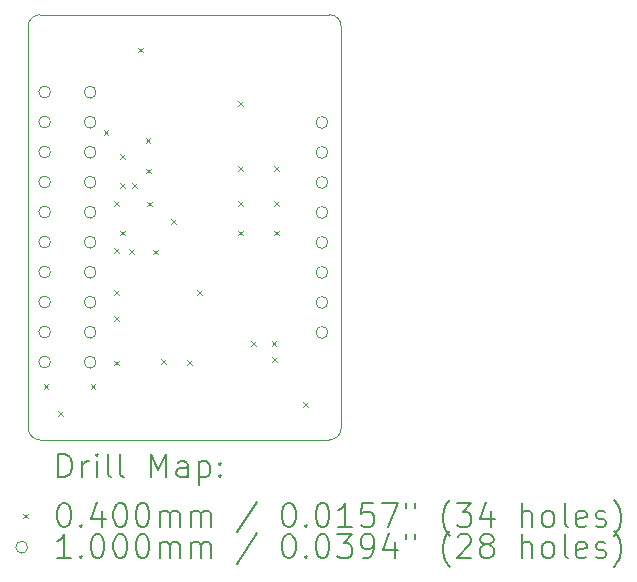
<source format=gbr>
%TF.GenerationSoftware,KiCad,Pcbnew,8.0.3*%
%TF.CreationDate,2024-07-18T13:22:45+02:00*%
%TF.ProjectId,vpp-maker-rev6-ian,7670702d-6d61-46b6-9572-2d726576362d,rev?*%
%TF.SameCoordinates,Original*%
%TF.FileFunction,Drillmap*%
%TF.FilePolarity,Positive*%
%FSLAX45Y45*%
G04 Gerber Fmt 4.5, Leading zero omitted, Abs format (unit mm)*
G04 Created by KiCad (PCBNEW 8.0.3) date 2024-07-18 13:22:45*
%MOMM*%
%LPD*%
G01*
G04 APERTURE LIST*
%ADD10C,0.100000*%
%ADD11C,0.200000*%
G04 APERTURE END LIST*
D10*
X13800000Y-6900000D02*
X16250000Y-6900000D01*
X13800000Y-10500000D02*
X16250000Y-10500000D01*
X16350000Y-10400000D02*
X16350000Y-7000000D01*
X13700000Y-7000000D02*
X13700000Y-10400000D01*
X16350000Y-10400000D02*
G75*
G02*
X16250000Y-10500000I-100000J0D01*
G01*
X16250000Y-6900000D02*
G75*
G02*
X16350000Y-7000000I0J-100000D01*
G01*
X13800000Y-10500000D02*
G75*
G02*
X13700000Y-10400000I0J100000D01*
G01*
X13700000Y-7000000D02*
G75*
G02*
X13800000Y-6900000I100000J0D01*
G01*
D11*
D10*
X13830000Y-10030000D02*
X13870000Y-10070000D01*
X13870000Y-10030000D02*
X13830000Y-10070000D01*
X13955000Y-10255000D02*
X13995000Y-10295000D01*
X13995000Y-10255000D02*
X13955000Y-10295000D01*
X14230000Y-10030000D02*
X14270000Y-10070000D01*
X14270000Y-10030000D02*
X14230000Y-10070000D01*
X14338980Y-7877007D02*
X14378980Y-7917007D01*
X14378980Y-7877007D02*
X14338980Y-7917007D01*
X14430000Y-8480000D02*
X14470000Y-8520000D01*
X14470000Y-8480000D02*
X14430000Y-8520000D01*
X14430000Y-8880000D02*
X14470000Y-8920000D01*
X14470000Y-8880000D02*
X14430000Y-8920000D01*
X14430000Y-9230000D02*
X14470000Y-9270000D01*
X14470000Y-9230000D02*
X14430000Y-9270000D01*
X14430000Y-9455000D02*
X14470000Y-9495000D01*
X14470000Y-9455000D02*
X14430000Y-9495000D01*
X14430000Y-9830000D02*
X14470000Y-9870000D01*
X14470000Y-9830000D02*
X14430000Y-9870000D01*
X14480000Y-8080000D02*
X14520000Y-8120000D01*
X14520000Y-8080000D02*
X14480000Y-8120000D01*
X14480000Y-8330000D02*
X14520000Y-8370000D01*
X14520000Y-8330000D02*
X14480000Y-8370000D01*
X14480000Y-8730000D02*
X14520000Y-8770000D01*
X14520000Y-8730000D02*
X14480000Y-8770000D01*
X14557915Y-8888823D02*
X14597915Y-8928823D01*
X14597915Y-8888823D02*
X14557915Y-8928823D01*
X14580000Y-8330000D02*
X14620000Y-8370000D01*
X14620000Y-8330000D02*
X14580000Y-8370000D01*
X14630000Y-7180000D02*
X14670000Y-7220000D01*
X14670000Y-7180000D02*
X14630000Y-7220000D01*
X14694928Y-7944362D02*
X14734928Y-7984362D01*
X14734928Y-7944362D02*
X14694928Y-7984362D01*
X14701103Y-8203428D02*
X14741103Y-8243428D01*
X14741103Y-8203428D02*
X14701103Y-8243428D01*
X14705774Y-8484139D02*
X14745774Y-8524139D01*
X14745774Y-8484139D02*
X14705774Y-8524139D01*
X14760288Y-8890732D02*
X14800288Y-8930732D01*
X14800288Y-8890732D02*
X14760288Y-8930732D01*
X14828800Y-9817809D02*
X14868800Y-9857809D01*
X14868800Y-9817809D02*
X14828800Y-9857809D01*
X14910000Y-8630000D02*
X14950000Y-8670000D01*
X14950000Y-8630000D02*
X14910000Y-8670000D01*
X15045273Y-9822725D02*
X15085273Y-9862725D01*
X15085273Y-9822725D02*
X15045273Y-9862725D01*
X15130000Y-9230000D02*
X15170000Y-9270000D01*
X15170000Y-9230000D02*
X15130000Y-9270000D01*
X15480000Y-7630000D02*
X15520000Y-7670000D01*
X15520000Y-7630000D02*
X15480000Y-7670000D01*
X15480000Y-8180000D02*
X15520000Y-8220000D01*
X15520000Y-8180000D02*
X15480000Y-8220000D01*
X15480000Y-8480000D02*
X15520000Y-8520000D01*
X15520000Y-8480000D02*
X15480000Y-8520000D01*
X15480000Y-8730000D02*
X15520000Y-8770000D01*
X15520000Y-8730000D02*
X15480000Y-8770000D01*
X15584835Y-9663165D02*
X15624835Y-9703165D01*
X15624835Y-9663165D02*
X15584835Y-9703165D01*
X15760956Y-9667461D02*
X15800956Y-9707461D01*
X15800956Y-9667461D02*
X15760956Y-9707461D01*
X15765252Y-9800626D02*
X15805252Y-9840626D01*
X15805252Y-9800626D02*
X15765252Y-9840626D01*
X15780000Y-8180000D02*
X15820000Y-8220000D01*
X15820000Y-8180000D02*
X15780000Y-8220000D01*
X15780000Y-8480000D02*
X15820000Y-8520000D01*
X15820000Y-8480000D02*
X15780000Y-8520000D01*
X15780000Y-8730000D02*
X15820000Y-8770000D01*
X15820000Y-8730000D02*
X15780000Y-8770000D01*
X16030000Y-10180000D02*
X16070000Y-10220000D01*
X16070000Y-10180000D02*
X16030000Y-10220000D01*
X13890000Y-7555000D02*
G75*
G02*
X13790000Y-7555000I-50000J0D01*
G01*
X13790000Y-7555000D02*
G75*
G02*
X13890000Y-7555000I50000J0D01*
G01*
X13890000Y-7809000D02*
G75*
G02*
X13790000Y-7809000I-50000J0D01*
G01*
X13790000Y-7809000D02*
G75*
G02*
X13890000Y-7809000I50000J0D01*
G01*
X13890000Y-8063000D02*
G75*
G02*
X13790000Y-8063000I-50000J0D01*
G01*
X13790000Y-8063000D02*
G75*
G02*
X13890000Y-8063000I50000J0D01*
G01*
X13890000Y-8317000D02*
G75*
G02*
X13790000Y-8317000I-50000J0D01*
G01*
X13790000Y-8317000D02*
G75*
G02*
X13890000Y-8317000I50000J0D01*
G01*
X13890000Y-8571000D02*
G75*
G02*
X13790000Y-8571000I-50000J0D01*
G01*
X13790000Y-8571000D02*
G75*
G02*
X13890000Y-8571000I50000J0D01*
G01*
X13890000Y-8825000D02*
G75*
G02*
X13790000Y-8825000I-50000J0D01*
G01*
X13790000Y-8825000D02*
G75*
G02*
X13890000Y-8825000I50000J0D01*
G01*
X13890000Y-9079000D02*
G75*
G02*
X13790000Y-9079000I-50000J0D01*
G01*
X13790000Y-9079000D02*
G75*
G02*
X13890000Y-9079000I50000J0D01*
G01*
X13890000Y-9333000D02*
G75*
G02*
X13790000Y-9333000I-50000J0D01*
G01*
X13790000Y-9333000D02*
G75*
G02*
X13890000Y-9333000I50000J0D01*
G01*
X13890000Y-9587000D02*
G75*
G02*
X13790000Y-9587000I-50000J0D01*
G01*
X13790000Y-9587000D02*
G75*
G02*
X13890000Y-9587000I50000J0D01*
G01*
X13890000Y-9841000D02*
G75*
G02*
X13790000Y-9841000I-50000J0D01*
G01*
X13790000Y-9841000D02*
G75*
G02*
X13890000Y-9841000I50000J0D01*
G01*
X14275000Y-7557500D02*
G75*
G02*
X14175000Y-7557500I-50000J0D01*
G01*
X14175000Y-7557500D02*
G75*
G02*
X14275000Y-7557500I50000J0D01*
G01*
X14275000Y-7811500D02*
G75*
G02*
X14175000Y-7811500I-50000J0D01*
G01*
X14175000Y-7811500D02*
G75*
G02*
X14275000Y-7811500I50000J0D01*
G01*
X14275000Y-8065500D02*
G75*
G02*
X14175000Y-8065500I-50000J0D01*
G01*
X14175000Y-8065500D02*
G75*
G02*
X14275000Y-8065500I50000J0D01*
G01*
X14275000Y-8319500D02*
G75*
G02*
X14175000Y-8319500I-50000J0D01*
G01*
X14175000Y-8319500D02*
G75*
G02*
X14275000Y-8319500I50000J0D01*
G01*
X14275000Y-8573500D02*
G75*
G02*
X14175000Y-8573500I-50000J0D01*
G01*
X14175000Y-8573500D02*
G75*
G02*
X14275000Y-8573500I50000J0D01*
G01*
X14275000Y-8827500D02*
G75*
G02*
X14175000Y-8827500I-50000J0D01*
G01*
X14175000Y-8827500D02*
G75*
G02*
X14275000Y-8827500I50000J0D01*
G01*
X14275000Y-9081500D02*
G75*
G02*
X14175000Y-9081500I-50000J0D01*
G01*
X14175000Y-9081500D02*
G75*
G02*
X14275000Y-9081500I50000J0D01*
G01*
X14275000Y-9335500D02*
G75*
G02*
X14175000Y-9335500I-50000J0D01*
G01*
X14175000Y-9335500D02*
G75*
G02*
X14275000Y-9335500I50000J0D01*
G01*
X14275000Y-9589500D02*
G75*
G02*
X14175000Y-9589500I-50000J0D01*
G01*
X14175000Y-9589500D02*
G75*
G02*
X14275000Y-9589500I50000J0D01*
G01*
X14275000Y-9843500D02*
G75*
G02*
X14175000Y-9843500I-50000J0D01*
G01*
X14175000Y-9843500D02*
G75*
G02*
X14275000Y-9843500I50000J0D01*
G01*
X16237500Y-7812500D02*
G75*
G02*
X16137500Y-7812500I-50000J0D01*
G01*
X16137500Y-7812500D02*
G75*
G02*
X16237500Y-7812500I50000J0D01*
G01*
X16237500Y-8066500D02*
G75*
G02*
X16137500Y-8066500I-50000J0D01*
G01*
X16137500Y-8066500D02*
G75*
G02*
X16237500Y-8066500I50000J0D01*
G01*
X16237500Y-8320500D02*
G75*
G02*
X16137500Y-8320500I-50000J0D01*
G01*
X16137500Y-8320500D02*
G75*
G02*
X16237500Y-8320500I50000J0D01*
G01*
X16237500Y-8574500D02*
G75*
G02*
X16137500Y-8574500I-50000J0D01*
G01*
X16137500Y-8574500D02*
G75*
G02*
X16237500Y-8574500I50000J0D01*
G01*
X16237500Y-8828500D02*
G75*
G02*
X16137500Y-8828500I-50000J0D01*
G01*
X16137500Y-8828500D02*
G75*
G02*
X16237500Y-8828500I50000J0D01*
G01*
X16237500Y-9082500D02*
G75*
G02*
X16137500Y-9082500I-50000J0D01*
G01*
X16137500Y-9082500D02*
G75*
G02*
X16237500Y-9082500I50000J0D01*
G01*
X16237500Y-9336500D02*
G75*
G02*
X16137500Y-9336500I-50000J0D01*
G01*
X16137500Y-9336500D02*
G75*
G02*
X16237500Y-9336500I50000J0D01*
G01*
X16237500Y-9590500D02*
G75*
G02*
X16137500Y-9590500I-50000J0D01*
G01*
X16137500Y-9590500D02*
G75*
G02*
X16237500Y-9590500I50000J0D01*
G01*
D11*
X13955777Y-10816484D02*
X13955777Y-10616484D01*
X13955777Y-10616484D02*
X14003396Y-10616484D01*
X14003396Y-10616484D02*
X14031967Y-10626008D01*
X14031967Y-10626008D02*
X14051015Y-10645055D01*
X14051015Y-10645055D02*
X14060539Y-10664103D01*
X14060539Y-10664103D02*
X14070062Y-10702198D01*
X14070062Y-10702198D02*
X14070062Y-10730770D01*
X14070062Y-10730770D02*
X14060539Y-10768865D01*
X14060539Y-10768865D02*
X14051015Y-10787912D01*
X14051015Y-10787912D02*
X14031967Y-10806960D01*
X14031967Y-10806960D02*
X14003396Y-10816484D01*
X14003396Y-10816484D02*
X13955777Y-10816484D01*
X14155777Y-10816484D02*
X14155777Y-10683150D01*
X14155777Y-10721246D02*
X14165301Y-10702198D01*
X14165301Y-10702198D02*
X14174824Y-10692674D01*
X14174824Y-10692674D02*
X14193872Y-10683150D01*
X14193872Y-10683150D02*
X14212920Y-10683150D01*
X14279586Y-10816484D02*
X14279586Y-10683150D01*
X14279586Y-10616484D02*
X14270062Y-10626008D01*
X14270062Y-10626008D02*
X14279586Y-10635531D01*
X14279586Y-10635531D02*
X14289110Y-10626008D01*
X14289110Y-10626008D02*
X14279586Y-10616484D01*
X14279586Y-10616484D02*
X14279586Y-10635531D01*
X14403396Y-10816484D02*
X14384348Y-10806960D01*
X14384348Y-10806960D02*
X14374824Y-10787912D01*
X14374824Y-10787912D02*
X14374824Y-10616484D01*
X14508158Y-10816484D02*
X14489110Y-10806960D01*
X14489110Y-10806960D02*
X14479586Y-10787912D01*
X14479586Y-10787912D02*
X14479586Y-10616484D01*
X14736729Y-10816484D02*
X14736729Y-10616484D01*
X14736729Y-10616484D02*
X14803396Y-10759341D01*
X14803396Y-10759341D02*
X14870062Y-10616484D01*
X14870062Y-10616484D02*
X14870062Y-10816484D01*
X15051015Y-10816484D02*
X15051015Y-10711722D01*
X15051015Y-10711722D02*
X15041491Y-10692674D01*
X15041491Y-10692674D02*
X15022443Y-10683150D01*
X15022443Y-10683150D02*
X14984348Y-10683150D01*
X14984348Y-10683150D02*
X14965301Y-10692674D01*
X15051015Y-10806960D02*
X15031967Y-10816484D01*
X15031967Y-10816484D02*
X14984348Y-10816484D01*
X14984348Y-10816484D02*
X14965301Y-10806960D01*
X14965301Y-10806960D02*
X14955777Y-10787912D01*
X14955777Y-10787912D02*
X14955777Y-10768865D01*
X14955777Y-10768865D02*
X14965301Y-10749817D01*
X14965301Y-10749817D02*
X14984348Y-10740293D01*
X14984348Y-10740293D02*
X15031967Y-10740293D01*
X15031967Y-10740293D02*
X15051015Y-10730770D01*
X15146253Y-10683150D02*
X15146253Y-10883150D01*
X15146253Y-10692674D02*
X15165301Y-10683150D01*
X15165301Y-10683150D02*
X15203396Y-10683150D01*
X15203396Y-10683150D02*
X15222443Y-10692674D01*
X15222443Y-10692674D02*
X15231967Y-10702198D01*
X15231967Y-10702198D02*
X15241491Y-10721246D01*
X15241491Y-10721246D02*
X15241491Y-10778389D01*
X15241491Y-10778389D02*
X15231967Y-10797436D01*
X15231967Y-10797436D02*
X15222443Y-10806960D01*
X15222443Y-10806960D02*
X15203396Y-10816484D01*
X15203396Y-10816484D02*
X15165301Y-10816484D01*
X15165301Y-10816484D02*
X15146253Y-10806960D01*
X15327205Y-10797436D02*
X15336729Y-10806960D01*
X15336729Y-10806960D02*
X15327205Y-10816484D01*
X15327205Y-10816484D02*
X15317682Y-10806960D01*
X15317682Y-10806960D02*
X15327205Y-10797436D01*
X15327205Y-10797436D02*
X15327205Y-10816484D01*
X15327205Y-10692674D02*
X15336729Y-10702198D01*
X15336729Y-10702198D02*
X15327205Y-10711722D01*
X15327205Y-10711722D02*
X15317682Y-10702198D01*
X15317682Y-10702198D02*
X15327205Y-10692674D01*
X15327205Y-10692674D02*
X15327205Y-10711722D01*
D10*
X13655000Y-11125000D02*
X13695000Y-11165000D01*
X13695000Y-11125000D02*
X13655000Y-11165000D01*
D11*
X13993872Y-11036484D02*
X14012920Y-11036484D01*
X14012920Y-11036484D02*
X14031967Y-11046008D01*
X14031967Y-11046008D02*
X14041491Y-11055531D01*
X14041491Y-11055531D02*
X14051015Y-11074579D01*
X14051015Y-11074579D02*
X14060539Y-11112674D01*
X14060539Y-11112674D02*
X14060539Y-11160293D01*
X14060539Y-11160293D02*
X14051015Y-11198388D01*
X14051015Y-11198388D02*
X14041491Y-11217436D01*
X14041491Y-11217436D02*
X14031967Y-11226960D01*
X14031967Y-11226960D02*
X14012920Y-11236484D01*
X14012920Y-11236484D02*
X13993872Y-11236484D01*
X13993872Y-11236484D02*
X13974824Y-11226960D01*
X13974824Y-11226960D02*
X13965301Y-11217436D01*
X13965301Y-11217436D02*
X13955777Y-11198388D01*
X13955777Y-11198388D02*
X13946253Y-11160293D01*
X13946253Y-11160293D02*
X13946253Y-11112674D01*
X13946253Y-11112674D02*
X13955777Y-11074579D01*
X13955777Y-11074579D02*
X13965301Y-11055531D01*
X13965301Y-11055531D02*
X13974824Y-11046008D01*
X13974824Y-11046008D02*
X13993872Y-11036484D01*
X14146253Y-11217436D02*
X14155777Y-11226960D01*
X14155777Y-11226960D02*
X14146253Y-11236484D01*
X14146253Y-11236484D02*
X14136729Y-11226960D01*
X14136729Y-11226960D02*
X14146253Y-11217436D01*
X14146253Y-11217436D02*
X14146253Y-11236484D01*
X14327205Y-11103150D02*
X14327205Y-11236484D01*
X14279586Y-11026960D02*
X14231967Y-11169817D01*
X14231967Y-11169817D02*
X14355777Y-11169817D01*
X14470062Y-11036484D02*
X14489110Y-11036484D01*
X14489110Y-11036484D02*
X14508158Y-11046008D01*
X14508158Y-11046008D02*
X14517682Y-11055531D01*
X14517682Y-11055531D02*
X14527205Y-11074579D01*
X14527205Y-11074579D02*
X14536729Y-11112674D01*
X14536729Y-11112674D02*
X14536729Y-11160293D01*
X14536729Y-11160293D02*
X14527205Y-11198388D01*
X14527205Y-11198388D02*
X14517682Y-11217436D01*
X14517682Y-11217436D02*
X14508158Y-11226960D01*
X14508158Y-11226960D02*
X14489110Y-11236484D01*
X14489110Y-11236484D02*
X14470062Y-11236484D01*
X14470062Y-11236484D02*
X14451015Y-11226960D01*
X14451015Y-11226960D02*
X14441491Y-11217436D01*
X14441491Y-11217436D02*
X14431967Y-11198388D01*
X14431967Y-11198388D02*
X14422443Y-11160293D01*
X14422443Y-11160293D02*
X14422443Y-11112674D01*
X14422443Y-11112674D02*
X14431967Y-11074579D01*
X14431967Y-11074579D02*
X14441491Y-11055531D01*
X14441491Y-11055531D02*
X14451015Y-11046008D01*
X14451015Y-11046008D02*
X14470062Y-11036484D01*
X14660539Y-11036484D02*
X14679586Y-11036484D01*
X14679586Y-11036484D02*
X14698634Y-11046008D01*
X14698634Y-11046008D02*
X14708158Y-11055531D01*
X14708158Y-11055531D02*
X14717682Y-11074579D01*
X14717682Y-11074579D02*
X14727205Y-11112674D01*
X14727205Y-11112674D02*
X14727205Y-11160293D01*
X14727205Y-11160293D02*
X14717682Y-11198388D01*
X14717682Y-11198388D02*
X14708158Y-11217436D01*
X14708158Y-11217436D02*
X14698634Y-11226960D01*
X14698634Y-11226960D02*
X14679586Y-11236484D01*
X14679586Y-11236484D02*
X14660539Y-11236484D01*
X14660539Y-11236484D02*
X14641491Y-11226960D01*
X14641491Y-11226960D02*
X14631967Y-11217436D01*
X14631967Y-11217436D02*
X14622443Y-11198388D01*
X14622443Y-11198388D02*
X14612920Y-11160293D01*
X14612920Y-11160293D02*
X14612920Y-11112674D01*
X14612920Y-11112674D02*
X14622443Y-11074579D01*
X14622443Y-11074579D02*
X14631967Y-11055531D01*
X14631967Y-11055531D02*
X14641491Y-11046008D01*
X14641491Y-11046008D02*
X14660539Y-11036484D01*
X14812920Y-11236484D02*
X14812920Y-11103150D01*
X14812920Y-11122198D02*
X14822443Y-11112674D01*
X14822443Y-11112674D02*
X14841491Y-11103150D01*
X14841491Y-11103150D02*
X14870063Y-11103150D01*
X14870063Y-11103150D02*
X14889110Y-11112674D01*
X14889110Y-11112674D02*
X14898634Y-11131722D01*
X14898634Y-11131722D02*
X14898634Y-11236484D01*
X14898634Y-11131722D02*
X14908158Y-11112674D01*
X14908158Y-11112674D02*
X14927205Y-11103150D01*
X14927205Y-11103150D02*
X14955777Y-11103150D01*
X14955777Y-11103150D02*
X14974824Y-11112674D01*
X14974824Y-11112674D02*
X14984348Y-11131722D01*
X14984348Y-11131722D02*
X14984348Y-11236484D01*
X15079586Y-11236484D02*
X15079586Y-11103150D01*
X15079586Y-11122198D02*
X15089110Y-11112674D01*
X15089110Y-11112674D02*
X15108158Y-11103150D01*
X15108158Y-11103150D02*
X15136729Y-11103150D01*
X15136729Y-11103150D02*
X15155777Y-11112674D01*
X15155777Y-11112674D02*
X15165301Y-11131722D01*
X15165301Y-11131722D02*
X15165301Y-11236484D01*
X15165301Y-11131722D02*
X15174824Y-11112674D01*
X15174824Y-11112674D02*
X15193872Y-11103150D01*
X15193872Y-11103150D02*
X15222443Y-11103150D01*
X15222443Y-11103150D02*
X15241491Y-11112674D01*
X15241491Y-11112674D02*
X15251015Y-11131722D01*
X15251015Y-11131722D02*
X15251015Y-11236484D01*
X15641491Y-11026960D02*
X15470063Y-11284103D01*
X15898634Y-11036484D02*
X15917682Y-11036484D01*
X15917682Y-11036484D02*
X15936729Y-11046008D01*
X15936729Y-11046008D02*
X15946253Y-11055531D01*
X15946253Y-11055531D02*
X15955777Y-11074579D01*
X15955777Y-11074579D02*
X15965301Y-11112674D01*
X15965301Y-11112674D02*
X15965301Y-11160293D01*
X15965301Y-11160293D02*
X15955777Y-11198388D01*
X15955777Y-11198388D02*
X15946253Y-11217436D01*
X15946253Y-11217436D02*
X15936729Y-11226960D01*
X15936729Y-11226960D02*
X15917682Y-11236484D01*
X15917682Y-11236484D02*
X15898634Y-11236484D01*
X15898634Y-11236484D02*
X15879586Y-11226960D01*
X15879586Y-11226960D02*
X15870063Y-11217436D01*
X15870063Y-11217436D02*
X15860539Y-11198388D01*
X15860539Y-11198388D02*
X15851015Y-11160293D01*
X15851015Y-11160293D02*
X15851015Y-11112674D01*
X15851015Y-11112674D02*
X15860539Y-11074579D01*
X15860539Y-11074579D02*
X15870063Y-11055531D01*
X15870063Y-11055531D02*
X15879586Y-11046008D01*
X15879586Y-11046008D02*
X15898634Y-11036484D01*
X16051015Y-11217436D02*
X16060539Y-11226960D01*
X16060539Y-11226960D02*
X16051015Y-11236484D01*
X16051015Y-11236484D02*
X16041491Y-11226960D01*
X16041491Y-11226960D02*
X16051015Y-11217436D01*
X16051015Y-11217436D02*
X16051015Y-11236484D01*
X16184348Y-11036484D02*
X16203396Y-11036484D01*
X16203396Y-11036484D02*
X16222444Y-11046008D01*
X16222444Y-11046008D02*
X16231967Y-11055531D01*
X16231967Y-11055531D02*
X16241491Y-11074579D01*
X16241491Y-11074579D02*
X16251015Y-11112674D01*
X16251015Y-11112674D02*
X16251015Y-11160293D01*
X16251015Y-11160293D02*
X16241491Y-11198388D01*
X16241491Y-11198388D02*
X16231967Y-11217436D01*
X16231967Y-11217436D02*
X16222444Y-11226960D01*
X16222444Y-11226960D02*
X16203396Y-11236484D01*
X16203396Y-11236484D02*
X16184348Y-11236484D01*
X16184348Y-11236484D02*
X16165301Y-11226960D01*
X16165301Y-11226960D02*
X16155777Y-11217436D01*
X16155777Y-11217436D02*
X16146253Y-11198388D01*
X16146253Y-11198388D02*
X16136729Y-11160293D01*
X16136729Y-11160293D02*
X16136729Y-11112674D01*
X16136729Y-11112674D02*
X16146253Y-11074579D01*
X16146253Y-11074579D02*
X16155777Y-11055531D01*
X16155777Y-11055531D02*
X16165301Y-11046008D01*
X16165301Y-11046008D02*
X16184348Y-11036484D01*
X16441491Y-11236484D02*
X16327206Y-11236484D01*
X16384348Y-11236484D02*
X16384348Y-11036484D01*
X16384348Y-11036484D02*
X16365301Y-11065055D01*
X16365301Y-11065055D02*
X16346253Y-11084103D01*
X16346253Y-11084103D02*
X16327206Y-11093627D01*
X16622444Y-11036484D02*
X16527206Y-11036484D01*
X16527206Y-11036484D02*
X16517682Y-11131722D01*
X16517682Y-11131722D02*
X16527206Y-11122198D01*
X16527206Y-11122198D02*
X16546253Y-11112674D01*
X16546253Y-11112674D02*
X16593872Y-11112674D01*
X16593872Y-11112674D02*
X16612920Y-11122198D01*
X16612920Y-11122198D02*
X16622444Y-11131722D01*
X16622444Y-11131722D02*
X16631967Y-11150770D01*
X16631967Y-11150770D02*
X16631967Y-11198388D01*
X16631967Y-11198388D02*
X16622444Y-11217436D01*
X16622444Y-11217436D02*
X16612920Y-11226960D01*
X16612920Y-11226960D02*
X16593872Y-11236484D01*
X16593872Y-11236484D02*
X16546253Y-11236484D01*
X16546253Y-11236484D02*
X16527206Y-11226960D01*
X16527206Y-11226960D02*
X16517682Y-11217436D01*
X16698634Y-11036484D02*
X16831968Y-11036484D01*
X16831968Y-11036484D02*
X16746253Y-11236484D01*
X16898634Y-11036484D02*
X16898634Y-11074579D01*
X16974825Y-11036484D02*
X16974825Y-11074579D01*
X17270063Y-11312674D02*
X17260539Y-11303150D01*
X17260539Y-11303150D02*
X17241491Y-11274579D01*
X17241491Y-11274579D02*
X17231968Y-11255531D01*
X17231968Y-11255531D02*
X17222444Y-11226960D01*
X17222444Y-11226960D02*
X17212920Y-11179341D01*
X17212920Y-11179341D02*
X17212920Y-11141246D01*
X17212920Y-11141246D02*
X17222444Y-11093627D01*
X17222444Y-11093627D02*
X17231968Y-11065055D01*
X17231968Y-11065055D02*
X17241491Y-11046008D01*
X17241491Y-11046008D02*
X17260539Y-11017436D01*
X17260539Y-11017436D02*
X17270063Y-11007912D01*
X17327206Y-11036484D02*
X17451015Y-11036484D01*
X17451015Y-11036484D02*
X17384349Y-11112674D01*
X17384349Y-11112674D02*
X17412920Y-11112674D01*
X17412920Y-11112674D02*
X17431968Y-11122198D01*
X17431968Y-11122198D02*
X17441491Y-11131722D01*
X17441491Y-11131722D02*
X17451015Y-11150770D01*
X17451015Y-11150770D02*
X17451015Y-11198388D01*
X17451015Y-11198388D02*
X17441491Y-11217436D01*
X17441491Y-11217436D02*
X17431968Y-11226960D01*
X17431968Y-11226960D02*
X17412920Y-11236484D01*
X17412920Y-11236484D02*
X17355777Y-11236484D01*
X17355777Y-11236484D02*
X17336730Y-11226960D01*
X17336730Y-11226960D02*
X17327206Y-11217436D01*
X17622444Y-11103150D02*
X17622444Y-11236484D01*
X17574825Y-11026960D02*
X17527206Y-11169817D01*
X17527206Y-11169817D02*
X17651015Y-11169817D01*
X17879587Y-11236484D02*
X17879587Y-11036484D01*
X17965301Y-11236484D02*
X17965301Y-11131722D01*
X17965301Y-11131722D02*
X17955777Y-11112674D01*
X17955777Y-11112674D02*
X17936730Y-11103150D01*
X17936730Y-11103150D02*
X17908158Y-11103150D01*
X17908158Y-11103150D02*
X17889111Y-11112674D01*
X17889111Y-11112674D02*
X17879587Y-11122198D01*
X18089111Y-11236484D02*
X18070063Y-11226960D01*
X18070063Y-11226960D02*
X18060539Y-11217436D01*
X18060539Y-11217436D02*
X18051015Y-11198388D01*
X18051015Y-11198388D02*
X18051015Y-11141246D01*
X18051015Y-11141246D02*
X18060539Y-11122198D01*
X18060539Y-11122198D02*
X18070063Y-11112674D01*
X18070063Y-11112674D02*
X18089111Y-11103150D01*
X18089111Y-11103150D02*
X18117682Y-11103150D01*
X18117682Y-11103150D02*
X18136730Y-11112674D01*
X18136730Y-11112674D02*
X18146253Y-11122198D01*
X18146253Y-11122198D02*
X18155777Y-11141246D01*
X18155777Y-11141246D02*
X18155777Y-11198388D01*
X18155777Y-11198388D02*
X18146253Y-11217436D01*
X18146253Y-11217436D02*
X18136730Y-11226960D01*
X18136730Y-11226960D02*
X18117682Y-11236484D01*
X18117682Y-11236484D02*
X18089111Y-11236484D01*
X18270063Y-11236484D02*
X18251015Y-11226960D01*
X18251015Y-11226960D02*
X18241492Y-11207912D01*
X18241492Y-11207912D02*
X18241492Y-11036484D01*
X18422444Y-11226960D02*
X18403396Y-11236484D01*
X18403396Y-11236484D02*
X18365301Y-11236484D01*
X18365301Y-11236484D02*
X18346253Y-11226960D01*
X18346253Y-11226960D02*
X18336730Y-11207912D01*
X18336730Y-11207912D02*
X18336730Y-11131722D01*
X18336730Y-11131722D02*
X18346253Y-11112674D01*
X18346253Y-11112674D02*
X18365301Y-11103150D01*
X18365301Y-11103150D02*
X18403396Y-11103150D01*
X18403396Y-11103150D02*
X18422444Y-11112674D01*
X18422444Y-11112674D02*
X18431968Y-11131722D01*
X18431968Y-11131722D02*
X18431968Y-11150770D01*
X18431968Y-11150770D02*
X18336730Y-11169817D01*
X18508158Y-11226960D02*
X18527206Y-11236484D01*
X18527206Y-11236484D02*
X18565301Y-11236484D01*
X18565301Y-11236484D02*
X18584349Y-11226960D01*
X18584349Y-11226960D02*
X18593873Y-11207912D01*
X18593873Y-11207912D02*
X18593873Y-11198388D01*
X18593873Y-11198388D02*
X18584349Y-11179341D01*
X18584349Y-11179341D02*
X18565301Y-11169817D01*
X18565301Y-11169817D02*
X18536730Y-11169817D01*
X18536730Y-11169817D02*
X18517682Y-11160293D01*
X18517682Y-11160293D02*
X18508158Y-11141246D01*
X18508158Y-11141246D02*
X18508158Y-11131722D01*
X18508158Y-11131722D02*
X18517682Y-11112674D01*
X18517682Y-11112674D02*
X18536730Y-11103150D01*
X18536730Y-11103150D02*
X18565301Y-11103150D01*
X18565301Y-11103150D02*
X18584349Y-11112674D01*
X18660539Y-11312674D02*
X18670063Y-11303150D01*
X18670063Y-11303150D02*
X18689111Y-11274579D01*
X18689111Y-11274579D02*
X18698634Y-11255531D01*
X18698634Y-11255531D02*
X18708158Y-11226960D01*
X18708158Y-11226960D02*
X18717682Y-11179341D01*
X18717682Y-11179341D02*
X18717682Y-11141246D01*
X18717682Y-11141246D02*
X18708158Y-11093627D01*
X18708158Y-11093627D02*
X18698634Y-11065055D01*
X18698634Y-11065055D02*
X18689111Y-11046008D01*
X18689111Y-11046008D02*
X18670063Y-11017436D01*
X18670063Y-11017436D02*
X18660539Y-11007912D01*
D10*
X13695000Y-11409000D02*
G75*
G02*
X13595000Y-11409000I-50000J0D01*
G01*
X13595000Y-11409000D02*
G75*
G02*
X13695000Y-11409000I50000J0D01*
G01*
D11*
X14060539Y-11500484D02*
X13946253Y-11500484D01*
X14003396Y-11500484D02*
X14003396Y-11300484D01*
X14003396Y-11300484D02*
X13984348Y-11329055D01*
X13984348Y-11329055D02*
X13965301Y-11348103D01*
X13965301Y-11348103D02*
X13946253Y-11357627D01*
X14146253Y-11481436D02*
X14155777Y-11490960D01*
X14155777Y-11490960D02*
X14146253Y-11500484D01*
X14146253Y-11500484D02*
X14136729Y-11490960D01*
X14136729Y-11490960D02*
X14146253Y-11481436D01*
X14146253Y-11481436D02*
X14146253Y-11500484D01*
X14279586Y-11300484D02*
X14298634Y-11300484D01*
X14298634Y-11300484D02*
X14317682Y-11310008D01*
X14317682Y-11310008D02*
X14327205Y-11319531D01*
X14327205Y-11319531D02*
X14336729Y-11338579D01*
X14336729Y-11338579D02*
X14346253Y-11376674D01*
X14346253Y-11376674D02*
X14346253Y-11424293D01*
X14346253Y-11424293D02*
X14336729Y-11462388D01*
X14336729Y-11462388D02*
X14327205Y-11481436D01*
X14327205Y-11481436D02*
X14317682Y-11490960D01*
X14317682Y-11490960D02*
X14298634Y-11500484D01*
X14298634Y-11500484D02*
X14279586Y-11500484D01*
X14279586Y-11500484D02*
X14260539Y-11490960D01*
X14260539Y-11490960D02*
X14251015Y-11481436D01*
X14251015Y-11481436D02*
X14241491Y-11462388D01*
X14241491Y-11462388D02*
X14231967Y-11424293D01*
X14231967Y-11424293D02*
X14231967Y-11376674D01*
X14231967Y-11376674D02*
X14241491Y-11338579D01*
X14241491Y-11338579D02*
X14251015Y-11319531D01*
X14251015Y-11319531D02*
X14260539Y-11310008D01*
X14260539Y-11310008D02*
X14279586Y-11300484D01*
X14470062Y-11300484D02*
X14489110Y-11300484D01*
X14489110Y-11300484D02*
X14508158Y-11310008D01*
X14508158Y-11310008D02*
X14517682Y-11319531D01*
X14517682Y-11319531D02*
X14527205Y-11338579D01*
X14527205Y-11338579D02*
X14536729Y-11376674D01*
X14536729Y-11376674D02*
X14536729Y-11424293D01*
X14536729Y-11424293D02*
X14527205Y-11462388D01*
X14527205Y-11462388D02*
X14517682Y-11481436D01*
X14517682Y-11481436D02*
X14508158Y-11490960D01*
X14508158Y-11490960D02*
X14489110Y-11500484D01*
X14489110Y-11500484D02*
X14470062Y-11500484D01*
X14470062Y-11500484D02*
X14451015Y-11490960D01*
X14451015Y-11490960D02*
X14441491Y-11481436D01*
X14441491Y-11481436D02*
X14431967Y-11462388D01*
X14431967Y-11462388D02*
X14422443Y-11424293D01*
X14422443Y-11424293D02*
X14422443Y-11376674D01*
X14422443Y-11376674D02*
X14431967Y-11338579D01*
X14431967Y-11338579D02*
X14441491Y-11319531D01*
X14441491Y-11319531D02*
X14451015Y-11310008D01*
X14451015Y-11310008D02*
X14470062Y-11300484D01*
X14660539Y-11300484D02*
X14679586Y-11300484D01*
X14679586Y-11300484D02*
X14698634Y-11310008D01*
X14698634Y-11310008D02*
X14708158Y-11319531D01*
X14708158Y-11319531D02*
X14717682Y-11338579D01*
X14717682Y-11338579D02*
X14727205Y-11376674D01*
X14727205Y-11376674D02*
X14727205Y-11424293D01*
X14727205Y-11424293D02*
X14717682Y-11462388D01*
X14717682Y-11462388D02*
X14708158Y-11481436D01*
X14708158Y-11481436D02*
X14698634Y-11490960D01*
X14698634Y-11490960D02*
X14679586Y-11500484D01*
X14679586Y-11500484D02*
X14660539Y-11500484D01*
X14660539Y-11500484D02*
X14641491Y-11490960D01*
X14641491Y-11490960D02*
X14631967Y-11481436D01*
X14631967Y-11481436D02*
X14622443Y-11462388D01*
X14622443Y-11462388D02*
X14612920Y-11424293D01*
X14612920Y-11424293D02*
X14612920Y-11376674D01*
X14612920Y-11376674D02*
X14622443Y-11338579D01*
X14622443Y-11338579D02*
X14631967Y-11319531D01*
X14631967Y-11319531D02*
X14641491Y-11310008D01*
X14641491Y-11310008D02*
X14660539Y-11300484D01*
X14812920Y-11500484D02*
X14812920Y-11367150D01*
X14812920Y-11386198D02*
X14822443Y-11376674D01*
X14822443Y-11376674D02*
X14841491Y-11367150D01*
X14841491Y-11367150D02*
X14870063Y-11367150D01*
X14870063Y-11367150D02*
X14889110Y-11376674D01*
X14889110Y-11376674D02*
X14898634Y-11395722D01*
X14898634Y-11395722D02*
X14898634Y-11500484D01*
X14898634Y-11395722D02*
X14908158Y-11376674D01*
X14908158Y-11376674D02*
X14927205Y-11367150D01*
X14927205Y-11367150D02*
X14955777Y-11367150D01*
X14955777Y-11367150D02*
X14974824Y-11376674D01*
X14974824Y-11376674D02*
X14984348Y-11395722D01*
X14984348Y-11395722D02*
X14984348Y-11500484D01*
X15079586Y-11500484D02*
X15079586Y-11367150D01*
X15079586Y-11386198D02*
X15089110Y-11376674D01*
X15089110Y-11376674D02*
X15108158Y-11367150D01*
X15108158Y-11367150D02*
X15136729Y-11367150D01*
X15136729Y-11367150D02*
X15155777Y-11376674D01*
X15155777Y-11376674D02*
X15165301Y-11395722D01*
X15165301Y-11395722D02*
X15165301Y-11500484D01*
X15165301Y-11395722D02*
X15174824Y-11376674D01*
X15174824Y-11376674D02*
X15193872Y-11367150D01*
X15193872Y-11367150D02*
X15222443Y-11367150D01*
X15222443Y-11367150D02*
X15241491Y-11376674D01*
X15241491Y-11376674D02*
X15251015Y-11395722D01*
X15251015Y-11395722D02*
X15251015Y-11500484D01*
X15641491Y-11290960D02*
X15470063Y-11548103D01*
X15898634Y-11300484D02*
X15917682Y-11300484D01*
X15917682Y-11300484D02*
X15936729Y-11310008D01*
X15936729Y-11310008D02*
X15946253Y-11319531D01*
X15946253Y-11319531D02*
X15955777Y-11338579D01*
X15955777Y-11338579D02*
X15965301Y-11376674D01*
X15965301Y-11376674D02*
X15965301Y-11424293D01*
X15965301Y-11424293D02*
X15955777Y-11462388D01*
X15955777Y-11462388D02*
X15946253Y-11481436D01*
X15946253Y-11481436D02*
X15936729Y-11490960D01*
X15936729Y-11490960D02*
X15917682Y-11500484D01*
X15917682Y-11500484D02*
X15898634Y-11500484D01*
X15898634Y-11500484D02*
X15879586Y-11490960D01*
X15879586Y-11490960D02*
X15870063Y-11481436D01*
X15870063Y-11481436D02*
X15860539Y-11462388D01*
X15860539Y-11462388D02*
X15851015Y-11424293D01*
X15851015Y-11424293D02*
X15851015Y-11376674D01*
X15851015Y-11376674D02*
X15860539Y-11338579D01*
X15860539Y-11338579D02*
X15870063Y-11319531D01*
X15870063Y-11319531D02*
X15879586Y-11310008D01*
X15879586Y-11310008D02*
X15898634Y-11300484D01*
X16051015Y-11481436D02*
X16060539Y-11490960D01*
X16060539Y-11490960D02*
X16051015Y-11500484D01*
X16051015Y-11500484D02*
X16041491Y-11490960D01*
X16041491Y-11490960D02*
X16051015Y-11481436D01*
X16051015Y-11481436D02*
X16051015Y-11500484D01*
X16184348Y-11300484D02*
X16203396Y-11300484D01*
X16203396Y-11300484D02*
X16222444Y-11310008D01*
X16222444Y-11310008D02*
X16231967Y-11319531D01*
X16231967Y-11319531D02*
X16241491Y-11338579D01*
X16241491Y-11338579D02*
X16251015Y-11376674D01*
X16251015Y-11376674D02*
X16251015Y-11424293D01*
X16251015Y-11424293D02*
X16241491Y-11462388D01*
X16241491Y-11462388D02*
X16231967Y-11481436D01*
X16231967Y-11481436D02*
X16222444Y-11490960D01*
X16222444Y-11490960D02*
X16203396Y-11500484D01*
X16203396Y-11500484D02*
X16184348Y-11500484D01*
X16184348Y-11500484D02*
X16165301Y-11490960D01*
X16165301Y-11490960D02*
X16155777Y-11481436D01*
X16155777Y-11481436D02*
X16146253Y-11462388D01*
X16146253Y-11462388D02*
X16136729Y-11424293D01*
X16136729Y-11424293D02*
X16136729Y-11376674D01*
X16136729Y-11376674D02*
X16146253Y-11338579D01*
X16146253Y-11338579D02*
X16155777Y-11319531D01*
X16155777Y-11319531D02*
X16165301Y-11310008D01*
X16165301Y-11310008D02*
X16184348Y-11300484D01*
X16317682Y-11300484D02*
X16441491Y-11300484D01*
X16441491Y-11300484D02*
X16374825Y-11376674D01*
X16374825Y-11376674D02*
X16403396Y-11376674D01*
X16403396Y-11376674D02*
X16422444Y-11386198D01*
X16422444Y-11386198D02*
X16431967Y-11395722D01*
X16431967Y-11395722D02*
X16441491Y-11414769D01*
X16441491Y-11414769D02*
X16441491Y-11462388D01*
X16441491Y-11462388D02*
X16431967Y-11481436D01*
X16431967Y-11481436D02*
X16422444Y-11490960D01*
X16422444Y-11490960D02*
X16403396Y-11500484D01*
X16403396Y-11500484D02*
X16346253Y-11500484D01*
X16346253Y-11500484D02*
X16327206Y-11490960D01*
X16327206Y-11490960D02*
X16317682Y-11481436D01*
X16536729Y-11500484D02*
X16574825Y-11500484D01*
X16574825Y-11500484D02*
X16593872Y-11490960D01*
X16593872Y-11490960D02*
X16603396Y-11481436D01*
X16603396Y-11481436D02*
X16622444Y-11452865D01*
X16622444Y-11452865D02*
X16631967Y-11414769D01*
X16631967Y-11414769D02*
X16631967Y-11338579D01*
X16631967Y-11338579D02*
X16622444Y-11319531D01*
X16622444Y-11319531D02*
X16612920Y-11310008D01*
X16612920Y-11310008D02*
X16593872Y-11300484D01*
X16593872Y-11300484D02*
X16555777Y-11300484D01*
X16555777Y-11300484D02*
X16536729Y-11310008D01*
X16536729Y-11310008D02*
X16527206Y-11319531D01*
X16527206Y-11319531D02*
X16517682Y-11338579D01*
X16517682Y-11338579D02*
X16517682Y-11386198D01*
X16517682Y-11386198D02*
X16527206Y-11405246D01*
X16527206Y-11405246D02*
X16536729Y-11414769D01*
X16536729Y-11414769D02*
X16555777Y-11424293D01*
X16555777Y-11424293D02*
X16593872Y-11424293D01*
X16593872Y-11424293D02*
X16612920Y-11414769D01*
X16612920Y-11414769D02*
X16622444Y-11405246D01*
X16622444Y-11405246D02*
X16631967Y-11386198D01*
X16803396Y-11367150D02*
X16803396Y-11500484D01*
X16755777Y-11290960D02*
X16708158Y-11433817D01*
X16708158Y-11433817D02*
X16831968Y-11433817D01*
X16898634Y-11300484D02*
X16898634Y-11338579D01*
X16974825Y-11300484D02*
X16974825Y-11338579D01*
X17270063Y-11576674D02*
X17260539Y-11567150D01*
X17260539Y-11567150D02*
X17241491Y-11538579D01*
X17241491Y-11538579D02*
X17231968Y-11519531D01*
X17231968Y-11519531D02*
X17222444Y-11490960D01*
X17222444Y-11490960D02*
X17212920Y-11443341D01*
X17212920Y-11443341D02*
X17212920Y-11405246D01*
X17212920Y-11405246D02*
X17222444Y-11357627D01*
X17222444Y-11357627D02*
X17231968Y-11329055D01*
X17231968Y-11329055D02*
X17241491Y-11310008D01*
X17241491Y-11310008D02*
X17260539Y-11281436D01*
X17260539Y-11281436D02*
X17270063Y-11271912D01*
X17336730Y-11319531D02*
X17346253Y-11310008D01*
X17346253Y-11310008D02*
X17365301Y-11300484D01*
X17365301Y-11300484D02*
X17412920Y-11300484D01*
X17412920Y-11300484D02*
X17431968Y-11310008D01*
X17431968Y-11310008D02*
X17441491Y-11319531D01*
X17441491Y-11319531D02*
X17451015Y-11338579D01*
X17451015Y-11338579D02*
X17451015Y-11357627D01*
X17451015Y-11357627D02*
X17441491Y-11386198D01*
X17441491Y-11386198D02*
X17327206Y-11500484D01*
X17327206Y-11500484D02*
X17451015Y-11500484D01*
X17565301Y-11386198D02*
X17546253Y-11376674D01*
X17546253Y-11376674D02*
X17536730Y-11367150D01*
X17536730Y-11367150D02*
X17527206Y-11348103D01*
X17527206Y-11348103D02*
X17527206Y-11338579D01*
X17527206Y-11338579D02*
X17536730Y-11319531D01*
X17536730Y-11319531D02*
X17546253Y-11310008D01*
X17546253Y-11310008D02*
X17565301Y-11300484D01*
X17565301Y-11300484D02*
X17603396Y-11300484D01*
X17603396Y-11300484D02*
X17622444Y-11310008D01*
X17622444Y-11310008D02*
X17631968Y-11319531D01*
X17631968Y-11319531D02*
X17641491Y-11338579D01*
X17641491Y-11338579D02*
X17641491Y-11348103D01*
X17641491Y-11348103D02*
X17631968Y-11367150D01*
X17631968Y-11367150D02*
X17622444Y-11376674D01*
X17622444Y-11376674D02*
X17603396Y-11386198D01*
X17603396Y-11386198D02*
X17565301Y-11386198D01*
X17565301Y-11386198D02*
X17546253Y-11395722D01*
X17546253Y-11395722D02*
X17536730Y-11405246D01*
X17536730Y-11405246D02*
X17527206Y-11424293D01*
X17527206Y-11424293D02*
X17527206Y-11462388D01*
X17527206Y-11462388D02*
X17536730Y-11481436D01*
X17536730Y-11481436D02*
X17546253Y-11490960D01*
X17546253Y-11490960D02*
X17565301Y-11500484D01*
X17565301Y-11500484D02*
X17603396Y-11500484D01*
X17603396Y-11500484D02*
X17622444Y-11490960D01*
X17622444Y-11490960D02*
X17631968Y-11481436D01*
X17631968Y-11481436D02*
X17641491Y-11462388D01*
X17641491Y-11462388D02*
X17641491Y-11424293D01*
X17641491Y-11424293D02*
X17631968Y-11405246D01*
X17631968Y-11405246D02*
X17622444Y-11395722D01*
X17622444Y-11395722D02*
X17603396Y-11386198D01*
X17879587Y-11500484D02*
X17879587Y-11300484D01*
X17965301Y-11500484D02*
X17965301Y-11395722D01*
X17965301Y-11395722D02*
X17955777Y-11376674D01*
X17955777Y-11376674D02*
X17936730Y-11367150D01*
X17936730Y-11367150D02*
X17908158Y-11367150D01*
X17908158Y-11367150D02*
X17889111Y-11376674D01*
X17889111Y-11376674D02*
X17879587Y-11386198D01*
X18089111Y-11500484D02*
X18070063Y-11490960D01*
X18070063Y-11490960D02*
X18060539Y-11481436D01*
X18060539Y-11481436D02*
X18051015Y-11462388D01*
X18051015Y-11462388D02*
X18051015Y-11405246D01*
X18051015Y-11405246D02*
X18060539Y-11386198D01*
X18060539Y-11386198D02*
X18070063Y-11376674D01*
X18070063Y-11376674D02*
X18089111Y-11367150D01*
X18089111Y-11367150D02*
X18117682Y-11367150D01*
X18117682Y-11367150D02*
X18136730Y-11376674D01*
X18136730Y-11376674D02*
X18146253Y-11386198D01*
X18146253Y-11386198D02*
X18155777Y-11405246D01*
X18155777Y-11405246D02*
X18155777Y-11462388D01*
X18155777Y-11462388D02*
X18146253Y-11481436D01*
X18146253Y-11481436D02*
X18136730Y-11490960D01*
X18136730Y-11490960D02*
X18117682Y-11500484D01*
X18117682Y-11500484D02*
X18089111Y-11500484D01*
X18270063Y-11500484D02*
X18251015Y-11490960D01*
X18251015Y-11490960D02*
X18241492Y-11471912D01*
X18241492Y-11471912D02*
X18241492Y-11300484D01*
X18422444Y-11490960D02*
X18403396Y-11500484D01*
X18403396Y-11500484D02*
X18365301Y-11500484D01*
X18365301Y-11500484D02*
X18346253Y-11490960D01*
X18346253Y-11490960D02*
X18336730Y-11471912D01*
X18336730Y-11471912D02*
X18336730Y-11395722D01*
X18336730Y-11395722D02*
X18346253Y-11376674D01*
X18346253Y-11376674D02*
X18365301Y-11367150D01*
X18365301Y-11367150D02*
X18403396Y-11367150D01*
X18403396Y-11367150D02*
X18422444Y-11376674D01*
X18422444Y-11376674D02*
X18431968Y-11395722D01*
X18431968Y-11395722D02*
X18431968Y-11414769D01*
X18431968Y-11414769D02*
X18336730Y-11433817D01*
X18508158Y-11490960D02*
X18527206Y-11500484D01*
X18527206Y-11500484D02*
X18565301Y-11500484D01*
X18565301Y-11500484D02*
X18584349Y-11490960D01*
X18584349Y-11490960D02*
X18593873Y-11471912D01*
X18593873Y-11471912D02*
X18593873Y-11462388D01*
X18593873Y-11462388D02*
X18584349Y-11443341D01*
X18584349Y-11443341D02*
X18565301Y-11433817D01*
X18565301Y-11433817D02*
X18536730Y-11433817D01*
X18536730Y-11433817D02*
X18517682Y-11424293D01*
X18517682Y-11424293D02*
X18508158Y-11405246D01*
X18508158Y-11405246D02*
X18508158Y-11395722D01*
X18508158Y-11395722D02*
X18517682Y-11376674D01*
X18517682Y-11376674D02*
X18536730Y-11367150D01*
X18536730Y-11367150D02*
X18565301Y-11367150D01*
X18565301Y-11367150D02*
X18584349Y-11376674D01*
X18660539Y-11576674D02*
X18670063Y-11567150D01*
X18670063Y-11567150D02*
X18689111Y-11538579D01*
X18689111Y-11538579D02*
X18698634Y-11519531D01*
X18698634Y-11519531D02*
X18708158Y-11490960D01*
X18708158Y-11490960D02*
X18717682Y-11443341D01*
X18717682Y-11443341D02*
X18717682Y-11405246D01*
X18717682Y-11405246D02*
X18708158Y-11357627D01*
X18708158Y-11357627D02*
X18698634Y-11329055D01*
X18698634Y-11329055D02*
X18689111Y-11310008D01*
X18689111Y-11310008D02*
X18670063Y-11281436D01*
X18670063Y-11281436D02*
X18660539Y-11271912D01*
M02*

</source>
